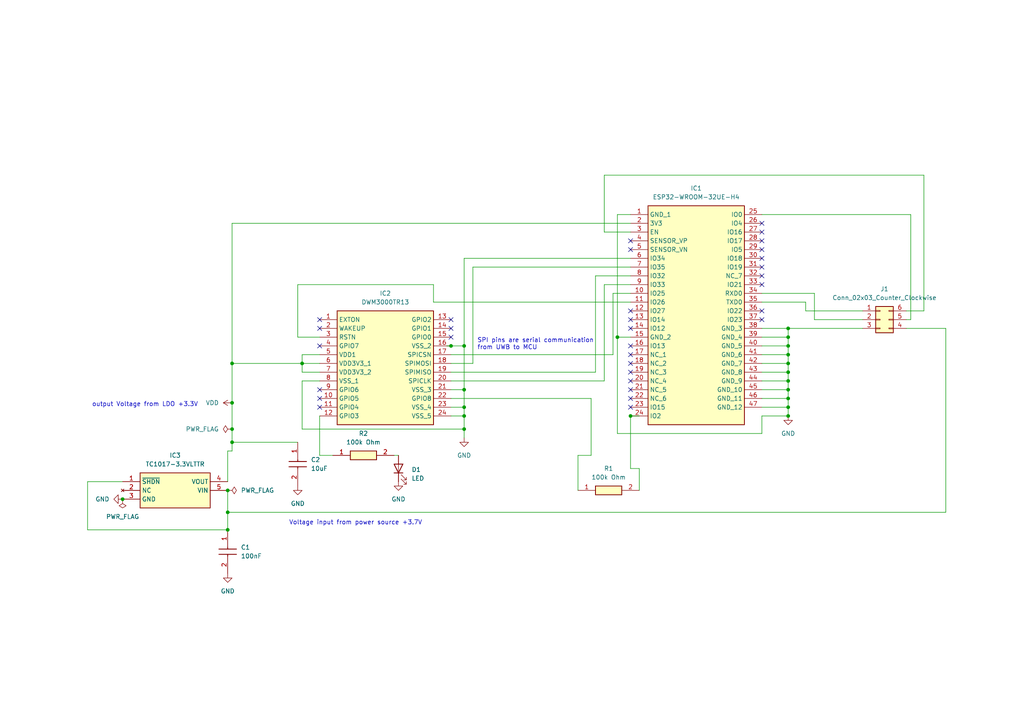
<source format=kicad_sch>
(kicad_sch (version 20230121) (generator eeschema)
  (paper "A4")
  (title_block (title "SDP 8 Schematic") (date "2024-10-24") (rev "v1") (company "UMASS ECE SDP") (comment 1 "Author: Huy Tran"))
  (lib_symbols
    (symbol "CRGP2010F100K:CRGP2010F100K" (pin_names hide)
      (property "Reference" "R" (at 13.97 6.35 0))
      (property "Value" "CRGP2010F100K" (at 13.97 3.81 0))
      (symbol "CRGP2010F100K_1_1"
        (rectangle (start 5.08 1.27) (end 12.7 -1.27) (stroke (width 0.254)) (fill (type background)))
        (pin passive line (at 0 0 0) (length 5.08) (name "1") (number "1"))
        (pin passive line (at 17.78 0 180) (length 5.08) (name "2") (number "2"))
      )
    )
    (symbol "Connector_Generic:Conn_02x03_Counter_Clockwise" (pin_names (offset 1.016) hide)
      (property "Reference" "J" (at 1.27 5.08 0))
      (property "Value" "Conn_02x03_Counter_Clockwise" (at 1.27 -5.08 0))
      (symbol "Conn_02x03_Counter_Clockwise_1_1"
        (rectangle (start -1.27 -2.413) (end 0 -2.667) (stroke (width 0.1524)))
        (rectangle (start -1.27 0.127) (end 0 -0.127) (stroke (width 0.1524)))
        (rectangle (start -1.27 2.667) (end 0 2.413) (stroke (width 0.1524)))
        (rectangle (start -1.27 3.81) (end 3.81 -3.81) (stroke (width 0.254)) (fill (type background)))
        (rectangle (start 3.81 -2.413) (end 2.54 -2.667) (stroke (width 0.1524)))
        (rectangle (start 3.81 0.127) (end 2.54 -0.127) (stroke (width 0.1524)))
        (rectangle (start 3.81 2.667) (end 2.54 2.413) (stroke (width 0.1524)))
        (pin passive line (at -5.08 2.54 0) (length 3.81) (name "Pin_1") (number "1"))
        (pin passive line (at -5.08 0 0) (length 3.81) (name "Pin_2") (number "2"))
        (pin passive line (at -5.08 -2.54 0) (length 3.81) (name "Pin_3") (number "3"))
        (pin passive line (at 7.62 -2.54 180) (length 3.81) (name "Pin_4") (number "4"))
        (pin passive line (at 7.62 0 180) (length 3.81) (name "Pin_5") (number "5"))
        (pin passive line (at 7.62 2.54 180) (length 3.81) (name "Pin_6") (number "6"))
      )
    )
    (symbol "DWM3000TR13:DWM3000TR13"
      (property "Reference" "IC" (at 34.29 7.62 0))
      (property "Value" "DWM3000TR13" (at 34.29 5.08 0))
      (symbol "DWM3000TR13_1_1"
        (rectangle (start 5.08 2.54) (end 33.02 -30.48) (stroke (width 0.254)) (fill (type background)))
        (pin passive line (at 0 0 0) (length 5.08) (name "EXTON") (number "1"))
        (pin passive line (at 0 -22.86 0) (length 5.08) (name "GPIO5") (number "10"))
        (pin passive line (at 0 -25.4 0) (length 5.08) (name "GPIO4") (number "11"))
        (pin passive line (at 0 -27.94 0) (length 5.08) (name "GPIO3") (number "12"))
        (pin passive line (at 38.1 0 180) (length 5.08) (name "GPIO2") (number "13"))
        (pin passive line (at 38.1 -2.54 180) (length 5.08) (name "GPIO1") (number "14"))
        (pin passive line (at 38.1 -5.08 180) (length 5.08) (name "GPIO0") (number "15"))
        (pin passive line (at 38.1 -7.62 180) (length 5.08) (name "VSS_2") (number "16"))
        (pin passive line (at 38.1 -10.16 180) (length 5.08) (name "SPICSN") (number "17"))
        (pin passive line (at 38.1 -12.7 180) (length 5.08) (name "SPIMOSI") (number "18"))
        (pin passive line (at 38.1 -15.24 180) (length 5.08) (name "SPIMISO") (number "19"))
        (pin passive line (at 0 -2.54 0) (length 5.08) (name "WAKEUP") (number "2"))
        (pin passive line (at 38.1 -17.78 180) (length 5.08) (name "SPICLK") (number "20"))
        (pin passive line (at 38.1 -20.32 180) (length 5.08) (name "VSS_3") (number "21"))
        (pin passive line (at 38.1 -22.86 180) (length 5.08) (name "GPIO8") (number "22"))
        (pin passive line (at 38.1 -25.4 180) (length 5.08) (name "VSS_4") (number "23"))
        (pin passive line (at 38.1 -27.94 180) (length 5.08) (name "VSS_5") (number "24"))
        (pin passive line (at 0 -5.08 0) (length 5.08) (name "RSTN") (number "3"))
        (pin passive line (at 0 -7.62 0) (length 5.08) (name "GPIO7") (number "4"))
        (pin passive line (at 0 -10.16 0) (length 5.08) (name "VDD1") (number "5"))
        (pin passive line (at 0 -12.7 0) (length 5.08) (name "VDD3V3_1") (number "6"))
        (pin passive line (at 0 -15.24 0) (length 5.08) (name "VDD3V3_2") (number "7"))
        (pin passive line (at 0 -17.78 0) (length 5.08) (name "VSS_1") (number "8"))
        (pin passive line (at 0 -20.32 0) (length 5.08) (name "GPIO6") (number "9"))
      )
    )
    (symbol "Device:LED" (pin_numbers hide) (pin_names (offset 1.016) hide)
      (property "Reference" "D" (at 0 2.54 0))
      (property "Value" "LED" (at 0 -2.54 0))
      (symbol "LED_0_1"
        (polyline (pts (xy -1.27 -1.27) (xy -1.27 1.27)) (stroke (width 0.254)))
        (polyline (pts (xy -1.27 0) (xy 1.27 0)))
        (polyline (pts (xy 1.27 -1.27) (xy 1.27 1.27) (xy -1.27 0) (xy 1.27 -1.27)) (stroke (width 0.254)))
        (polyline (pts (xy -3.048 -0.762) (xy -4.572 -2.286) (xy -3.81 -2.286) (xy -4.572 -2.286) (xy -4.572 -1.524)))
        (polyline (pts (xy -1.778 -0.762) (xy -3.302 -2.286) (xy -2.54 -2.286) (xy -3.302 -2.286) (xy -3.302 -1.524)))
      )
      (symbol "LED_1_1"
        (pin passive line (at -3.81 0 0) (length 2.54) (name "K") (number "1"))
        (pin passive line (at 3.81 0 180) (length 2.54) (name "A") (number "2"))
      )
    )
    (symbol "ESP32-WROOM-32UE-H4:ESP32-WROOM-32UE-H4"
      (property "Reference" "IC" (at 34.29 7.62 0))
      (property "Value" "ESP32-WROOM-32UE-H4" (at 34.29 5.08 0))
      (symbol "ESP32-WROOM-32UE-H4_1_1"
        (rectangle (start 5.08 2.54) (end 33.02 -60.96) (stroke (width 0.254)) (fill (type background)))
        (pin passive line (at 0 0 0) (length 5.08) (name "GND_1") (number "1"))
        (pin passive line (at 0 -22.86 0) (length 5.08) (name "IO25") (number "10"))
        (pin passive line (at 0 -25.4 0) (length 5.08) (name "IO26") (number "11"))
        (pin passive line (at 0 -27.94 0) (length 5.08) (name "IO27") (number "12"))
        (pin passive line (at 0 -30.48 0) (length 5.08) (name "IO14") (number "13"))
        (pin passive line (at 0 -33.02 0) (length 5.08) (name "IO12") (number "14"))
        (pin passive line (at 0 -35.56 0) (length 5.08) (name "GND_2") (number "15"))
        (pin passive line (at 0 -38.1 0) (length 5.08) (name "IO13") (number "16"))
        (pin passive line (at 0 -40.64 0) (length 5.08) (name "NC_1") (number "17"))
        (pin passive line (at 0 -43.18 0) (length 5.08) (name "NC_2") (number "18"))
        (pin passive line (at 0 -45.72 0) (length 5.08) (name "NC_3") (number "19"))
        (pin passive line (at 0 -2.54 0) (length 5.08) (name "3V3") (number "2"))
        (pin passive line (at 0 -48.26 0) (length 5.08) (name "NC_4") (number "20"))
        (pin passive line (at 0 -50.8 0) (length 5.08) (name "NC_5") (number "21"))
        (pin passive line (at 0 -53.34 0) (length 5.08) (name "NC_6") (number "22"))
        (pin passive line (at 0 -55.88 0) (length 5.08) (name "IO15") (number "23"))
        (pin passive line (at 0 -58.42 0) (length 5.08) (name "IO2") (number "24"))
        (pin passive line (at 38.1 0 180) (length 5.08) (name "IO0") (number "25"))
        (pin passive line (at 38.1 -2.54 180) (length 5.08) (name "IO4") (number "26"))
        (pin passive line (at 38.1 -5.08 180) (length 5.08) (name "IO16") (number "27"))
        (pin passive line (at 38.1 -7.62 180) (length 5.08) (name "IO17") (number "28"))
        (pin passive line (at 38.1 -10.16 180) (length 5.08) (name "IO5") (number "29"))
        (pin passive line (at 0 -5.08 0) (length 5.08) (name "EN") (number "3"))
        (pin passive line (at 38.1 -12.7 180) (length 5.08) (name "IO18") (number "30"))
        (pin passive line (at 38.1 -15.24 180) (length 5.08) (name "IO19") (number "31"))
        (pin passive line (at 38.1 -17.78 180) (length 5.08) (name "NC_7") (number "32"))
        (pin passive line (at 38.1 -20.32 180) (length 5.08) (name "IO21") (number "33"))
        (pin passive line (at 38.1 -22.86 180) (length 5.08) (name "RXD0") (number "34"))
        (pin passive line (at 38.1 -25.4 180) (length 5.08) (name "TXD0") (number "35"))
        (pin passive line (at 38.1 -27.94 180) (length 5.08) (name "IO22") (number "36"))
        (pin passive line (at 38.1 -30.48 180) (length 5.08) (name "IO23") (number "37"))
        (pin passive line (at 38.1 -33.02 180) (length 5.08) (name "GND_3") (number "38"))
        (pin passive line (at 38.1 -35.56 180) (length 5.08) (name "GND_4") (number "39"))
        (pin passive line (at 0 -7.62 0) (length 5.08) (name "SENSOR_VP") (number "4"))
        (pin passive line (at 38.1 -38.1 180) (length 5.08) (name "GND_5") (number "40"))
        (pin passive line (at 38.1 -40.64 180) (length 5.08) (name "GND_6") (number "41"))
        (pin passive line (at 38.1 -43.18 180) (length 5.08) (name "GND_7") (number "42"))
        (pin passive line (at 38.1 -45.72 180) (length 5.08) (name "GND_8") (number "43"))
        (pin passive line (at 38.1 -48.26 180) (length 5.08) (name "GND_9") (number "44"))
        (pin passive line (at 38.1 -50.8 180) (length 5.08) (name "GND_10") (number "45"))
        (pin passive line (at 38.1 -53.34 180) (length 5.08) (name "GND_11") (number "46"))
        (pin passive line (at 38.1 -55.88 180) (length 5.08) (name "GND_12") (number "47"))
        (pin passive line (at 0 -10.16 0) (length 5.08) (name "SENSOR_VN") (number "5"))
        (pin passive line (at 0 -12.7 0) (length 5.08) (name "IO34") (number "6"))
        (pin passive line (at 0 -15.24 0) (length 5.08) (name "IO35") (number "7"))
        (pin passive line (at 0 -17.78 0) (length 5.08) (name "IO32") (number "8"))
        (pin passive line (at 0 -20.32 0) (length 5.08) (name "IO33") (number "9"))
      )
    )
    (symbol "GCM21BD70J106KE02L:GCM21BD70J106KE02L" (pin_names hide)
      (property "Reference" "C" (at 8.89 6.35 0))
      (property "Value" "GCM21BD70J106KE02L" (at 8.89 3.81 0))
      (symbol "GCM21BD70J106KE02L_1_1"
        (polyline (pts (xy 5.08 0) (xy 5.588 0)) (stroke (width 0.254)))
        (polyline (pts (xy 5.588 2.54) (xy 5.588 -2.54)) (stroke (width 0.254)))
        (polyline (pts (xy 7.112 0) (xy 7.62 0)) (stroke (width 0.254)))
        (polyline (pts (xy 7.112 2.54) (xy 7.112 -2.54)) (stroke (width 0.254)))
        (pin passive line (at 0 0 0) (length 5.08) (name "1") (number "1"))
        (pin passive line (at 12.7 0 180) (length 5.08) (name "2") (number "2"))
      )
    )
    (symbol "KAM21BR71H104JT:KAM21BR71H104JT" (pin_names hide)
      (property "Reference" "C" (at 8.89 6.35 0))
      (property "Value" "KAM21BR71H104JT" (at 8.89 3.81 0))
      (symbol "KAM21BR71H104JT_1_1"
        (polyline (pts (xy 5.08 0) (xy 5.588 0)) (stroke (width 0.254)))
        (polyline (pts (xy 5.588 2.54) (xy 5.588 -2.54)) (stroke (width 0.254)))
        (polyline (pts (xy 7.112 0) (xy 7.62 0)) (stroke (width 0.254)))
        (polyline (pts (xy 7.112 2.54) (xy 7.112 -2.54)) (stroke (width 0.254)))
        (pin passive line (at 0 0 0) (length 5.08) (name "1") (number "1"))
        (pin passive line (at 12.7 0 180) (length 5.08) (name "2") (number "2"))
      )
    )
    (symbol "TC1017-3_3VLTTR:TC1017-3.3VLTTR"
      (property "Reference" "IC" (at 26.67 7.62 0))
      (property "Value" "TC1017-3.3VLTTR" (at 26.67 5.08 0))
      (symbol "TC1017-3.3VLTTR_1_1"
        (rectangle (start 5.08 2.54) (end 25.4 -7.62) (stroke (width 0.254)) (fill (type background)))
        (pin passive line (at 0 0 0) (length 5.08) (name "~{SHDN}") (number "1"))
        (pin no_connect line (at 0 -2.54 0) (length 5.08) (name "NC") (number "2"))
        (pin passive line (at 0 -5.08 0) (length 5.08) (name "GND") (number "3"))
        (pin passive line (at 30.48 0 180) (length 5.08) (name "VOUT") (number "4"))
        (pin passive line (at 30.48 -2.54 180) (length 5.08) (name "VIN") (number "5"))
      )
    )
    (symbol "power:GND" (power) (pin_names (offset 0))
      (property "Value" "GND" (at 0 -3.81 0))
      (symbol "GND_0_1"
        (polyline (pts (xy 0 0) (xy 0 -1.27) (xy 1.27 -1.27) (xy 0 -2.54) (xy -1.27 -1.27) (xy 0 -1.27)))
      )
      (symbol "GND_1_1"
        (pin power_in line (at 0 0 270) (length 0) hide (name "GND") (number "1"))
      )
    )
    (symbol "power:PWR_FLAG" (power) (pin_numbers hide) (pin_names (offset 0) hide)
      (property "Value" "PWR_FLAG" (at 0 3.81 0))
      (symbol "PWR_FLAG_0_0"
        (pin power_out line (at 0 0 90) (length 0) (name "pwr") (number "1"))
      )
      (symbol "PWR_FLAG_0_1"
        (polyline (pts (xy 0 0) (xy 0 1.27) (xy -1.016 1.905) (xy 0 2.54) (xy 1.016 1.905) (xy 0 1.27)))
      )
    )
    (symbol "power:VDD" (power) (pin_names (offset 0))
      (property "Value" "VDD" (at 0 3.81 0))
      (symbol "VDD_0_1"
        (polyline (pts (xy -0.762 1.27) (xy 0 2.54)))
        (polyline (pts (xy 0 0) (xy 0 2.54)))
        (polyline (pts (xy 0 2.54) (xy 0.762 1.27)))
      )
      (symbol "VDD_1_1"
        (pin power_in line (at 0 0 90) (length 0) hide (name "VDD") (number "1"))
      )
    )
  )
  (junction (at 228.6 97.79))
  (junction (at 134.62 100.33))
  (junction (at 67.31 116.84))
  (junction (at 67.31 124.46))
  (junction (at 179.07 97.79))
  (junction (at 228.6 110.49))
  (junction (at 134.62 118.11))
  (junction (at 87.63 105.41))
  (junction (at 228.6 95.25))
  (junction (at 228.6 118.11))
  (junction (at 228.6 100.33))
  (junction (at 228.6 102.87))
  (junction (at 134.62 124.46))
  (junction (at 67.31 128.27))
  (junction (at 67.31 105.41))
  (junction (at 134.62 120.65))
  (junction (at 130.81 100.33))
  (junction (at 228.6 120.65))
  (junction (at 228.6 107.95))
  (junction (at 182.88 120.65))
  (junction (at 228.6 105.41))
  (junction (at 228.6 113.03))
  (junction (at 134.62 113.03))
  (junction (at 66.04 153.67))
  (junction (at 35.56 144.78))
  (junction (at 66.04 142.24))
  (junction (at 66.04 148.59))
  (junction (at 228.6 115.57))
  (no_connect (at 92.71 95.25))
  (no_connect (at 220.98 77.47))
  (no_connect (at 220.98 80.01))
  (no_connect (at 182.88 105.41))
  (no_connect (at 130.81 95.25))
  (no_connect (at 220.98 90.17))
  (no_connect (at 182.88 90.17))
  (no_connect (at 182.88 107.95))
  (no_connect (at 220.98 67.31))
  (no_connect (at 220.98 72.39))
  (no_connect (at 182.88 95.25))
  (no_connect (at 182.88 115.57))
  (no_connect (at 182.88 100.33))
  (no_connect (at 92.71 100.33))
  (no_connect (at 220.98 74.93))
  (no_connect (at 130.81 97.79))
  (no_connect (at 92.71 115.57))
  (no_connect (at 92.71 92.71))
  (no_connect (at 182.88 110.49))
  (no_connect (at 182.88 69.85))
  (no_connect (at 92.71 113.03))
  (no_connect (at 220.98 69.85))
  (no_connect (at 182.88 113.03))
  (no_connect (at 182.88 118.11))
  (no_connect (at 92.71 118.11))
  (no_connect (at 182.88 102.87))
  (no_connect (at 220.98 92.71))
  (no_connect (at 220.98 82.55))
  (no_connect (at 182.88 72.39))
  (no_connect (at 130.81 92.71))
  (no_connect (at 220.98 64.77))
  (no_connect (at 182.88 92.71))
  (wire (pts (xy 172.72 80.01) (xy 172.72 107.95)))
  (wire (pts (xy 182.88 135.89) (xy 185.42 135.89)))
  (wire (pts (xy 130.81 113.03) (xy 134.62 113.03)))
  (wire (pts (xy 264.16 92.71) (xy 264.16 62.23)))
  (wire (pts (xy 220.98 120.65) (xy 228.6 120.65)))
  (wire (pts (xy 130.81 107.95) (xy 172.72 107.95)))
  (wire (pts (xy 87.63 110.49) (xy 87.63 124.46)))
  (wire (pts (xy 125.73 82.55) (xy 86.36 82.55)))
  (wire (pts (xy 220.98 125.73) (xy 220.98 120.65)))
  (wire (pts (xy 67.31 124.46) (xy 67.31 116.84)))
  (wire (pts (xy 25.4 153.67) (xy 66.04 153.67)))
  (wire (pts (xy 134.62 120.65) (xy 134.62 124.46)))
  (wire (pts (xy 87.63 105.41) (xy 92.71 105.41)))
  (wire (pts (xy 182.88 80.01) (xy 172.72 80.01)))
  (wire (pts (xy 66.04 148.59) (xy 66.04 142.24)))
  (wire (pts (xy 67.31 105.41) (xy 67.31 64.77)))
  (wire (pts (xy 182.88 87.63) (xy 125.73 87.63)))
  (wire (pts (xy 25.4 139.7) (xy 25.4 153.67)))
  (wire (pts (xy 66.04 139.7) (xy 66.04 130.81)))
  (wire (pts (xy 130.81 120.65) (xy 134.62 120.65)))
  (wire (pts (xy 228.6 95.25) (xy 228.6 97.79)))
  (wire (pts (xy 182.88 120.65) (xy 185.42 120.65)))
  (wire (pts (xy 134.62 100.33) (xy 134.62 113.03)))
  (wire (pts (xy 220.98 100.33) (xy 228.6 100.33)))
  (wire (pts (xy 185.42 135.89) (xy 185.42 142.24)))
  (wire (pts (xy 182.88 120.65) (xy 182.88 135.89)))
  (wire (pts (xy 236.22 92.71) (xy 250.19 92.71)))
  (wire (pts (xy 220.98 95.25) (xy 228.6 95.25)))
  (wire (pts (xy 179.07 97.79) (xy 179.07 125.73)))
  (wire (pts (xy 92.71 132.08) (xy 96.52 132.08)))
  (wire (pts (xy 220.98 107.95) (xy 228.6 107.95)))
  (wire (pts (xy 134.62 118.11) (xy 134.62 120.65)))
  (wire (pts (xy 175.26 67.31) (xy 182.88 67.31)))
  (wire (pts (xy 175.26 82.55) (xy 175.26 110.49)))
  (wire (pts (xy 228.6 110.49) (xy 228.6 113.03)))
  (wire (pts (xy 182.88 62.23) (xy 179.07 62.23)))
  (wire (pts (xy 177.8 102.87) (xy 177.8 85.09)))
  (wire (pts (xy 130.81 110.49) (xy 175.26 110.49)))
  (wire (pts (xy 171.45 132.08) (xy 167.64 132.08)))
  (wire (pts (xy 86.36 97.79) (xy 92.71 97.79)))
  (wire (pts (xy 134.62 74.93) (xy 182.88 74.93)))
  (wire (pts (xy 137.16 105.41) (xy 130.81 105.41)))
  (wire (pts (xy 220.98 110.49) (xy 228.6 110.49)))
  (wire (pts (xy 228.6 118.11) (xy 228.6 120.65)))
  (wire (pts (xy 220.98 105.41) (xy 228.6 105.41)))
  (wire (pts (xy 114.3 132.08) (xy 115.57 132.08)))
  (wire (pts (xy 262.89 92.71) (xy 264.16 92.71)))
  (wire (pts (xy 87.63 124.46) (xy 134.62 124.46)))
  (wire (pts (xy 130.81 102.87) (xy 177.8 102.87)))
  (wire (pts (xy 167.64 132.08) (xy 167.64 142.24)))
  (wire (pts (xy 67.31 128.27) (xy 86.36 128.27)))
  (wire (pts (xy 228.6 100.33) (xy 228.6 102.87)))
  (wire (pts (xy 67.31 130.81) (xy 67.31 128.27)))
  (wire (pts (xy 92.71 120.65) (xy 92.71 132.08)))
  (wire (pts (xy 177.8 85.09) (xy 182.88 85.09)))
  (wire (pts (xy 92.71 102.87) (xy 87.63 102.87)))
  (wire (pts (xy 233.68 90.17) (xy 250.19 90.17)))
  (wire (pts (xy 182.88 77.47) (xy 137.16 77.47)))
  (wire (pts (xy 228.6 113.03) (xy 228.6 115.57)))
  (wire (pts (xy 236.22 92.71) (xy 236.22 85.09)))
  (wire (pts (xy 233.68 90.17) (xy 233.68 87.63)))
  (wire (pts (xy 228.6 97.79) (xy 228.6 100.33)))
  (wire (pts (xy 130.81 118.11) (xy 134.62 118.11)))
  (wire (pts (xy 175.26 50.8) (xy 175.26 67.31)))
  (wire (pts (xy 67.31 64.77) (xy 182.88 64.77)))
  (wire (pts (xy 228.6 107.95) (xy 228.6 110.49)))
  (wire (pts (xy 179.07 125.73) (xy 220.98 125.73)))
  (wire (pts (xy 66.04 153.67) (xy 66.04 148.59)))
  (wire (pts (xy 264.16 62.23) (xy 220.98 62.23)))
  (wire (pts (xy 125.73 87.63) (xy 125.73 82.55)))
  (wire (pts (xy 220.98 118.11) (xy 228.6 118.11)))
  (wire (pts (xy 267.97 50.8) (xy 175.26 50.8)))
  (wire (pts (xy 87.63 110.49) (xy 92.71 110.49)))
  (wire (pts (xy 220.98 87.63) (xy 233.68 87.63)))
  (wire (pts (xy 220.98 97.79) (xy 228.6 97.79)))
  (wire (pts (xy 66.04 130.81) (xy 67.31 130.81)))
  (wire (pts (xy 137.16 77.47) (xy 137.16 105.41)))
  (wire (pts (xy 228.6 115.57) (xy 228.6 118.11)))
  (wire (pts (xy 67.31 116.84) (xy 67.31 105.41)))
  (wire (pts (xy 267.97 90.17) (xy 267.97 50.8)))
  (wire (pts (xy 220.98 85.09) (xy 236.22 85.09)))
  (wire (pts (xy 220.98 102.87) (xy 228.6 102.87)))
  (wire (pts (xy 171.45 115.57) (xy 171.45 132.08)))
  (wire (pts (xy 86.36 82.55) (xy 86.36 97.79)))
  (wire (pts (xy 179.07 62.23) (xy 179.07 97.79)))
  (wire (pts (xy 130.81 115.57) (xy 171.45 115.57)))
  (wire (pts (xy 220.98 115.57) (xy 228.6 115.57)))
  (wire (pts (xy 182.88 82.55) (xy 175.26 82.55)))
  (wire (pts (xy 130.81 100.33) (xy 134.62 100.33)))
  (wire (pts (xy 179.07 97.79) (xy 182.88 97.79)))
  (wire (pts (xy 262.89 95.25) (xy 274.32 95.25)))
  (wire (pts (xy 134.62 124.46) (xy 134.62 127)))
  (wire (pts (xy 92.71 107.95) (xy 87.63 107.95)))
  (wire (pts (xy 87.63 107.95) (xy 87.63 105.41)))
  (wire (pts (xy 129.54 100.33) (xy 130.81 100.33)))
  (wire (pts (xy 67.31 105.41) (xy 87.63 105.41)))
  (wire (pts (xy 87.63 102.87) (xy 87.63 105.41)))
  (wire (pts (xy 134.62 74.93) (xy 134.62 100.33)))
  (wire (pts (xy 67.31 128.27) (xy 67.31 124.46)))
  (wire (pts (xy 134.62 113.03) (xy 134.62 118.11)))
  (wire (pts (xy 228.6 105.41) (xy 228.6 107.95)))
  (wire (pts (xy 228.6 102.87) (xy 228.6 105.41)))
  (wire (pts (xy 220.98 113.03) (xy 228.6 113.03)))
  (wire (pts (xy 262.89 90.17) (xy 267.97 90.17)))
  (wire (pts (xy 228.6 95.25) (xy 250.19 95.25)))
  (wire (pts (xy 66.04 148.59) (xy 274.32 148.59)))
  (wire (pts (xy 274.32 95.25) (xy 274.32 148.59)))
  (wire (pts (xy 35.56 139.7) (xy 25.4 139.7)))
  (text "SPI pins are serial communication \nfrom UWB to MCU\n" (at 138.43 101.6 0) (effects (font (size 1.27 1.27)) (justify left bottom)))
  (text "output Voltage from LDO +3.3V\n" (at 26.67 118.11 0) (effects (font (size 1.27 1.27)) (justify left bottom)))
  (text "Voltage input from power source +3.7V" (at 83.82 152.4 0) (effects (font (size 1.27 1.27)) (justify left bottom)))
  (symbol (lib_id "ESP32-WROOM-32UE-H4:ESP32-WROOM-32UE-H4") (at 182.88 62.23 0) (unit 1)
    (property "Reference" "IC1" (at 201.93 54.61 0))
    (property "Value" "ESP32-WROOM-32UE-H4" (at 201.93 57.15 0))
    (property "Footprint" "esp32_footprint:ESP32WROOM32UEH4" (effects hide))
    (property "Datasheet" "https://www.espressif.com/sites/default/files/documentation/esp32-wroom-32e_esp32-wroom-32ue_datasheet_en.pdf" (effects hide))
    (property "Height" "3.35" (effects hide))
    (property "Mouser Part Number" "356-ESP32WRM32UE32US" (effects hide))
    (property "Mouser Price/Stock" "https://www.mouser.co.uk/ProductDetail/Espressif-Systems/ESP32-WROOM-32UE-H4?qs=Li%252BoUPsLEnvWCSvAI5clIA%3D%3D" (effects hide))
    (property "Manufacturer_Name" "Espressif Systems" (effects hide))
    (property "Manufacturer_Part_Number" "ESP32-WROOM-32UE-H4" (effects hide))
  )
  (symbol (lib_id "power:PWR_FLAG") (at 35.56 144.78 180) (unit 1)
    (property "Reference" "#FLG03" (effects hide))
    (property "Value" "PWR_FLAG" (at 35.56 149.86 0))
  )
  (symbol (lib_id "GCM21BD70J106KE02L:GCM21BD70J106KE02L") (at 86.36 128.27 270) (unit 1)
    (property "Reference" "C2" (at 90.17 133.35 90) (effects (justify left)))
    (property "Value" "10uF" (at 90.17 135.89 90) (effects (justify left)))
    (property "Footprint" "10uF_footprint:CAPC2012X140N" (effects hide))
    (property "Datasheet" "https://search.murata.co.jp/Ceramy/image/img/A01X/G101/ENG/GCM21BD70J106KE02-02A.pdf" (effects hide))
    (property "Height" "1.4" (effects hide))
    (property "Mouser Part Number" "81-GCM21BD70J106KE2L" (effects hide))
    (property "Mouser Price/Stock" "https://www.mouser.co.uk/ProductDetail/Murata-Electronics/GCM21BD70J106KE02L?qs=ufv2HEpFn%252BQzwgDiqNzRPg%3D%3D" (effects hide))
    (property "Manufacturer_Name" "Murata Electronics" (effects hide))
    (property "Manufacturer_Part_Number" "GCM21BD70J106KE02L" (effects hide))
  )
  (symbol (lib_id "CRGP2010F100K:CRGP2010F100K") (at 167.64 142.24 0) (unit 1)
    (property "Reference" "R1" (at 176.53 135.89 0))
    (property "Value" "100k Ohm" (at 176.53 138.43 0))
    (property "Footprint" "100kOhm_footprint:RESC5025X65N" (effects hide))
    (property "Datasheet" "https://www.te.com/commerce/DocumentDelivery/DDEController?Action=srchrtrv&DocNm=9-1773463-9&DocType=Data%20Sheet&DocLang=English&PartCntxt=4-2176330-9&DocFormat=pdf" (effects hide))
    (property "Height" "0.65" (effects hide))
    (property "Mouser Part Number" "279-CRGP2010F100K" (effects hide))
    (property "Mouser Price/Stock" "https://www.mouser.co.uk/ProductDetail/TE-Connectivity-Holsworthy/CRGP2010F100K?qs=wUXugUrL1qzUa6JhijegIg%3D%3D" (effects hide))
    (property "Manufacturer_Name" "TE Connectivity" (effects hide))
    (property "Manufacturer_Part_Number" "CRGP2010F100K" (effects hide))
  )
  (symbol (lib_id "CRGP2010F100K:CRGP2010F100K") (at 96.52 132.08 0) (unit 1)
    (property "Reference" "R2" (at 105.41 125.73 0))
    (property "Value" "100k Ohm" (at 105.41 128.27 0))
    (property "Footprint" "100kOhm_footprint:RESC5025X65N" (effects hide))
    (property "Datasheet" "https://www.te.com/commerce/DocumentDelivery/DDEController?Action=srchrtrv&DocNm=9-1773463-9&DocType=Data%20Sheet&DocLang=English&PartCntxt=4-2176330-9&DocFormat=pdf" (effects hide))
    (property "Height" "0.65" (effects hide))
    (property "Mouser Part Number" "279-CRGP2010F100K" (effects hide))
    (property "Mouser Price/Stock" "https://www.mouser.co.uk/ProductDetail/TE-Connectivity-Holsworthy/CRGP2010F100K?qs=wUXugUrL1qzUa6JhijegIg%3D%3D" (effects hide))
    (property "Manufacturer_Name" "TE Connectivity" (effects hide))
    (property "Manufacturer_Part_Number" "CRGP2010F100K" (effects hide))
  )
  (symbol (lib_id "DWM3000TR13:DWM3000TR13") (at 92.71 92.71 0) (unit 1)
    (property "Reference" "IC2" (at 111.76 85.09 0))
    (property "Value" "DWM3000TR13" (at 111.76 87.63 0))
    (property "Footprint" "dwm3000_footprint:XCVR_DWM3000TR13" (effects hide))
    (property "Datasheet" "https://www.qorvo.com/products/d/da008334" (effects hide))
    (property "Height" "2.89" (effects hide))
    (property "Mouser Part Number" "772-DWM3000TR13" (effects hide))
    (property "Mouser Price/Stock" "https://www.mouser.co.uk/ProductDetail/Qorvo/DWM3000TR13?qs=hWgE7mdIu5QrWWDEt6OFQw%3D%3D" (effects hide))
    (property "Manufacturer_Name" "Qorvo" (effects hide))
    (property "Manufacturer_Part_Number" "DWM3000TR13" (effects hide))
  )
  (symbol (lib_id "power:GND") (at 115.57 139.7 0) (unit 1)
    (property "Reference" "#PWR02" (effects hide))
    (property "Value" "GND" (at 115.57 144.78 0))
  )
  (symbol (lib_id "Connector_Generic:Conn_02x03_Counter_Clockwise") (at 255.27 92.71 0) (unit 1)
    (property "Reference" "J1" (at 256.54 83.82 0))
    (property "Value" "Conn_02x03_Counter_Clockwise" (at 256.54 86.36 0))
    (property "Footprint" "Connector_IDC:IDC-Header_2x03_P2.54mm_Vertical" (effects hide))
  )
  (symbol (lib_id "power:GND") (at 134.62 127 0) (unit 1)
    (property "Reference" "#PWR014" (effects hide))
    (property "Value" "GND" (at 134.62 132.08 0))
  )
  (symbol (lib_id "power:VDD") (at 67.31 116.84 90) (unit 1)
    (property "Reference" "#PWR03" (effects hide))
    (property "Value" "VDD" (at 63.5 116.84 90) (effects (justify left)))
  )
  (symbol (lib_id "KAM21BR71H104JT:KAM21BR71H104JT") (at 66.04 153.67 270) (unit 1)
    (property "Reference" "C1" (at 69.85 158.75 90) (effects (justify left)))
    (property "Value" "100nF" (at 69.85 161.29 90) (effects (justify left)))
    (property "Footprint" "100nF_footprint:CAPC2012X94N" (effects hide))
    (property "Datasheet" "https://spicat.kyocera-avx.com/product/mlcc/chartview/KAM21BR71H104JT/DataSheet/X7R" (effects hide))
    (property "Height" "0.94" (effects hide))
    (property "Mouser Part Number" "581-KAM21BR71H104JT" (effects hide))
    (property "Mouser Price/Stock" "https://www.mouser.co.uk/ProductDetail/KYOCERA-AVX/KAM21BR71H104JT?qs=Jm2GQyTW%2Fbic6Zk4McEt6w%3D%3D" (effects hide))
    (property "Manufacturer_Name" "Kyocera AVX" (effects hide))
    (property "Manufacturer_Part_Number" "KAM21BR71H104JT" (effects hide))
  )
  (symbol (lib_id "power:GND") (at 86.36 140.97 0) (unit 1)
    (property "Reference" "#PWR05" (effects hide))
    (property "Value" "GND" (at 86.36 146.05 0))
  )
  (symbol (lib_id "Device:LED") (at 115.57 135.89 90) (unit 1)
    (property "Reference" "D1" (at 119.38 136.2075 90) (effects (justify right)))
    (property "Value" "LED" (at 119.38 138.7475 90) (effects (justify right)))
  )
  (symbol (lib_id "power:GND") (at 66.04 166.37 0) (unit 1)
    (property "Reference" "#PWR04" (effects hide))
    (property "Value" "GND" (at 66.04 171.45 0))
  )
  (symbol (lib_id "power:GND") (at 228.6 120.65 0) (unit 1)
    (property "Reference" "#PWR01" (effects hide))
    (property "Value" "GND" (at 228.6 125.73 0))
  )
  (symbol (lib_id "power:PWR_FLAG") (at 66.04 142.24 270) (unit 1)
    (property "Reference" "#FLG01" (effects hide))
    (property "Value" "PWR_FLAG" (at 69.85 142.24 90) (effects (justify left)))
  )
  (symbol (lib_id "TC1017-3_3VLTTR:TC1017-3.3VLTTR") (at 35.56 139.7 0) (unit 1)
    (property "Reference" "IC3" (at 50.8 132.08 0))
    (property "Value" "TC1017-3.3VLTTR" (at 50.8 134.62 0))
    (property "Footprint" "footprint:SOT65P210X110-5N" (effects hide))
    (property "Datasheet" "https://componentsearchengine.com/Datasheets/2/TC1017-3.3VLTTR.pdf" (effects hide))
    (property "Height" "1.1" (effects hide))
    (property "Mouser Part Number" "579-TC1017-3.3VLTTR" (effects hide))
    (property "Mouser Price/Stock" "https://www.mouser.co.uk/ProductDetail/Microchip-Technology/TC1017-3.3VLTTR?qs=rh436G1KrYwDLpcrwwJPXg%3D%3D" (effects hide))
    (property "Manufacturer_Name" "Microchip" (effects hide))
    (property "Manufacturer_Part_Number" "TC1017-3.3VLTTR" (effects hide))
  )
  (symbol (lib_id "power:GND") (at 35.56 144.78 270) (unit 1)
    (property "Reference" "#PWR013" (effects hide))
    (property "Value" "GND" (at 31.75 144.78 90) (effects (justify right)))
  )
  (symbol (lib_id "power:PWR_FLAG") (at 67.31 124.46 90) (unit 1)
    (property "Reference" "#FLG02" (effects hide))
    (property "Value" "PWR_FLAG" (at 63.5 124.46 90) (effects (justify left)))
  )
)
</source>
